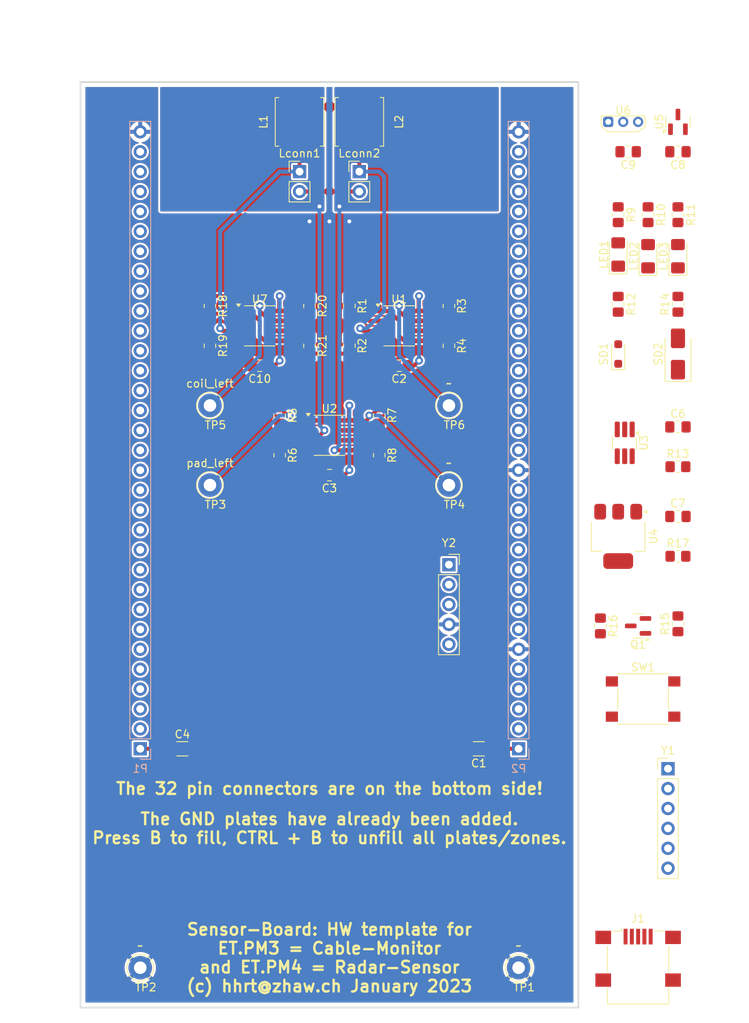
<source format=kicad_pcb>
(kicad_pcb (version 20241229) (generator "pcbnew") (generator_version "9.0")
  (layers (0 "F.Cu" signal) (2 "B.Cu" signal) (13 "F.Paste" user) (15 "B.Paste" user) (5 "F.SilkS" user "F.Silkscreen") (7 "B.SilkS" user "B.Silkscreen") (1 "F.Mask" user) (3 "B.Mask" user) (25 "Edge.Cuts" user))
  (net 0 "")
  (net 1 "+5V")
  (net 2 "GND")
  (net 3 "Net-(U4-VI)")
  (net 4 "Net-(U4-VO)")
  (net 6 "PC13")
  (net 7 "PE5")
  (net 8 "PE3")
  (net 12 "PB7")
  (net 13 "Net-(LED1-A)")
  (net 14 "Net-(LED2-A)")
  (net 15 "PG14_")
  (net 16 "Net-(LED3-A)")
  (net 19 "PD4")
  (net 20 "PD2")
  (net 21 "PD0_")
  (net 22 "PC11")
  (net 32 "+3V0")
  (net 33 "PF6")
  (net 34 "PF8_")
  (net 37 "PC1_")
  (net 38 "PC3")
  (net 41 "PA5")
  (net 48 "PE7_")
  (net 49 "PE9_")
  (net 50 "PE11_")
  (net 51 "PE13_")
  (net 52 "PE15_")
  (net 56 "PD9_")
  (net 59 "PD15_")
  (net 60 "PG3")
  (net 61 "coil_left")
  (net 62 "coil_right")
  (net 63 "pad_left")
  (net 65 "pad_right")
  (net 75 "Net-(Q1-D)")
  (net 76 "Enable")
  (net 77 "Net-(U1B-+)")
  (net 78 "Net-(U1A--)")
  (net 79 "Net-(U1B--)")
  (net 80 "Net-(U2A--)")
  (net 81 "Net-(U2B--)")
  (net 82 "Net-(SD1-A)")
  (net 83 "Net-(SD2-A)")
  (net 84 "Net-(U7B-+)")
  (net 85 "Net-(U7A--)")
  (net 86 "PE6")
  (net 87 "PA9")
  (net 88 "PA10")
  (net 89 "Net-(U7B--)")
  (footprint "Package_TO_SOT_SMD:SOT-23" (layer "F.Cu") (at 116.84 91 180)
    (property "Reference" "Q1")
    (property "Value" "BSS316N")
  )
  (footprint "Capacitor_SMD:C_0805_2012Metric_Pad1.18x1.45mm_HandSolder" (layer "F.Cu") (at 77.47 71.755 180)
    (property "Reference" "C3")
    (property "Value" "100n")
  )
  (footprint "Connector_USB:USB_Mini-B_Lumberg_2486_01_Horizontal" (layer "F.Cu") (at 116.84 133.35)
    (property "Reference" "J1")
    (property "Value" "USB_B_Mini")
  )
  (footprint "Resistor_SMD:R_0805_2012Metric_Pad1.20x1.40mm_HandSolder" (layer "F.Cu") (at 112.03 91 -90)
    (property "Reference" "R16")
    (property "Value" "10")
  )
  (footprint "Resistor_SMD:R_0805_2012Metric_Pad1.20x1.40mm_HandSolder" (layer "F.Cu") (at 118.11 38.5175 -90)
    (property "Reference" "R10")
    (property "Value" "47")
  )
  (footprint "Button_Switch_SMD:SW_SPST_PTS645" (layer "F.Cu") (at 117.475 100.33)
    (property "Reference" "SW1")
    (property "Value" "type=\"R\" model=\"SW_Push\" lib=\"\"")
  )
  (footprint "Package_SO:SOIC-8_3.9x4.9mm_P1.27mm" (layer "F.Cu") (at 68.58 52.705)
    (property "Reference" "U7")
    (property "Value" "MCP6002-xSN")
  )
  (footprint "Resistor_SMD:R_0805_2012Metric_Pad1.20x1.40mm_HandSolder" (layer "F.Cu") (at 121.92 70.68)
    (property "Reference" "R13")
    (property "Value" "1k")
  )
  (footprint "Connector_PinHeader_2.54mm:PinHeader_1x02_P2.54mm_Vertical" (layer "F.Cu") (at 73.66 33.02)
    (property "Reference" "Lconn1")
    (property "Value" "Conn_01x02_Male")
  )
  (footprint "LED_SMD:LED_1206_3216Metric_Pad1.42x1.75mm_HandSolder" (layer "F.Cu") (at 118.11 43.815 90)
    (property "Reference" "LED2")
    (property "Value" "LEDgreen")
  )
  (footprint "HW_template:Radar_K-LC5" (layer "F.Cu") (at 92.71 83.185)
    (property "Reference" "Y2")
    (property "Value" "Radar K-LC5-RFB-00C")
  )
  (footprint "Resistor_SMD:R_0805_2012Metric_Pad1.20x1.40mm_HandSolder" (layer "F.Cu") (at 83.82 64.135 -90)
    (property "Reference" "R7")
    (property "Value" "100k")
  )
  (footprint "Resistor_SMD:R_0805_2012Metric_Pad1.20x1.40mm_HandSolder" (layer "F.Cu") (at 62.23 55.245 -90)
    (property "Reference" "R19")
    (property "Value" "1k")
  )
  (footprint "TestPoint:TestPoint_Loop_D2.60mm_Drill1.6mm_Beaded" (layer "F.Cu") (at 62.23 73.025)
    (property "Reference" "TP3")
    (property "Value" "pad_left")
  )
  (footprint "Capacitor_SMD:C_0805_2012Metric_Pad1.18x1.45mm_HandSolder" (layer "F.Cu") (at 86.36 57.785 180)
    (property "Reference" "C2")
    (property "Value" "100n")
  )
  (footprint "Package_SO:SOIC-8_3.9x4.9mm_P1.27mm" (layer "F.Cu") (at 77.47 66.675)
    (property "Reference" "U2")
    (property "Value" "MCP6002-xSN")
  )
  (footprint "Diode_SMD:D_SOD-323_HandSoldering" (layer "F.Cu") (at 114.3 56.2975 90)
    (property "Reference" "SD1")
    (property "Value" "SD103AWS")
  )
  (footprint "Connector_PinHeader_2.54mm:PinHeader_1x02_P2.54mm_Vertical" (layer "F.Cu") (at 81.28 33.02)
    (property "Reference" "Lconn2")
    (property "Value" "Conn_01x02_Male")
  )
  (footprint "Resistor_SMD:R_0805_2012Metric_Pad1.20x1.40mm_HandSolder" (layer "F.Cu") (at 83.82 69.215 -90)
    (property "Reference" "R8")
    (property "Value" "1k")
  )
  (footprint "Capacitor_SMD:C_0805_2012Metric_Pad1.18x1.45mm_HandSolder" (layer "F.Cu") (at 121.92 77.03)
    (property "Reference" "C7")
    (property "Value" "10uF")
  )
  (footprint "Capacitor_SMD:C_1206_3216Metric_Pad1.33x1.80mm_HandSolder" (layer "F.Cu") (at 96.52 106.68 180)
    (property "Reference" "C1")
    (property "Value" "100uF")
  )
  (footprint "Resistor_SMD:R_0805_2012Metric_Pad1.20x1.40mm_HandSolder" (layer "F.Cu") (at 121.92 82.11)
    (property "Reference" "R17")
    (property "Value" "1k")
  )
  (footprint "Package_SO:SOIC-8_3.9x4.9mm_P1.27mm" (layer "F.Cu") (at 86.36 52.705)
    (property "Reference" "U1")
    (property "Value" "MCP6002-xSN")
  )
  (footprint "TestPoint:TestPoint_Loop_D2.60mm_Drill1.6mm_Beaded" (layer "F.Cu") (at 53.34 134.62)
    (property "Reference" "TP2")
    (property "Value" "~")
  )
  (footprint "Resistor_SMD:R_0805_2012Metric_Pad1.20x1.40mm_HandSolder" (layer "F.Cu") (at 74.93 55.245 -90)
    (property "Reference" "R21")
    (property "Value" "1k")
  )
  (footprint "Capacitor_SMD:C_1206_3216Metric_Pad1.33x1.80mm_HandSolder" (layer "F.Cu") (at 58.7125 106.68)
    (property "Reference" "C4")
    (property "Value" "100uF")
  )
  (footprint "Capacitor_SMD:C_0805_2012Metric_Pad1.18x1.45mm_HandSolder" (layer "F.Cu") (at 115.57 30.48 180)
    (property "Reference" "C9")
    (property "Value" "100nF")
  )
  (footprint "Resistor_SMD:R_0805_2012Metric_Pad1.20x1.40mm_HandSolder" (layer "F.Cu") (at 114.3 49.9475 -90)
    (property "Reference" "R12")
    (property "Value" "100")
  )
  (footprint "TestPoint:TestPoint_Loop_D2.60mm_Drill1.6mm_Beaded" (layer "F.Cu") (at 92.71 62.865)
    (property "Reference" "TP6")
    (property "Value" "~")
  )
  (footprint "Resistor_SMD:R_0805_2012Metric_Pad1.20x1.40mm_HandSolder" (layer "F.Cu") (at 92.71 50.165 -90)
    (property "Reference" "R3")
    (property "Value" "12k")
  )
  (footprint "LED_SMD:LED_1206_3216Metric_Pad1.42x1.75mm_HandSolder" (layer "F.Cu") (at 114.3 43.5975 90)
    (property "Reference" "LED1")
    (property "Value" "LEDblue")
  )
  (footprint "Resistor_SMD:R_0805_2012Metric_Pad1.20x1.40mm_HandSolder" (layer "F.Cu") (at 121.92 38.5175 -90)
    (property "Reference" "R11")
    (property "Value" "100")
  )
  (footprint "LED_SMD:LED_1206_3216Metric_Pad1.42x1.75mm_HandSolder" (layer "F.Cu") (at 121.92 43.815 90)
    (property "Reference" "LED3")
    (property "Value" "LEDred")
  )
  (footprint "Connector_PinHeader_2.54mm:PinHeader_1x06_P2.54mm_Vertical" (layer "F.Cu") (at 120.65 109.22)
    (property "Reference" "Y1")
    (property "Value" "OpenLog")
  )
  (footprint "Inductor_SMD:L_Bourns_SRN6045TA" (layer "F.Cu") (at 81.28 26.67 90)
    (property "Reference" "L2")
    (property "Value" "15mH")
  )
  (footprint "TestPoint:TestPoint_Loop_D2.60mm_Drill1.6mm_Beaded" (layer "F.Cu") (at 92.71 73.025)
    (property "Reference" "TP4")
    (property "Value" "~")
  )
  (footprint "Resistor_SMD:R_0805_2012Metric_Pad1.20x1.40mm_HandSolder" (layer "F.Cu") (at 80.01 50.165 -90)
    (property "Reference" "R1")
    (property "Value" "10k")
  )
  (footprint "Package_TO_SOT_SMD:TSOT-23-6_HandSoldering" (layer "F.Cu") (at 115.13 67.63 -90)
    (property "Reference" "U3")
    (property "Value" "SiP32508")
  )
  (footprint "Resistor_SMD:R_0805_2012Metric_Pad1.20x1.40mm_HandSolder" (layer "F.Cu") (at 62.23 50.165 -90)
    (property "Reference" "R18")
    (property "Value" "10k")
  )
  (footprint "Resistor_SMD:R_0805_2012Metric_Pad1.20x1.40mm_HandSolder" (layer "F.Cu") (at 114.3 38.5175 -90)
    (property "Reference" "R9")
    (property "Value" "22")
  )
  (footprint "Resistor_SMD:R_0805_2012Metric_Pad1.20x1.40mm_HandSolder" (layer "F.Cu") (at 121.92 49.9475 90)
    (property "Reference" "R14")
    (property "Value" "100")
  )
  (footprint "Resistor_SMD:R_0805_2012Metric_Pad1.20x1.40mm_HandSolder" (layer "F.Cu") (at 74.93 50.165 -90)
    (property "Reference" "R20")
    (property "Value" "12k")
  )
  (footprint "Resistor_SMD:R_0805_2012Metric_Pad1.20x1.40mm_HandSolder" (layer "F.Cu") (at 92.71 55.245 -90)
    (property "Reference" "R4")
    (property "Value" "1k")
  )
  (footprint "Diode_SMD:D_SMA" (layer "F.Cu") (at 121.92 56.2975 90)
    (property "Reference" "SD2")
    (property "Value" "SS13L")
  )
  (footprint "Resistor_SMD:R_0805_2012Metric_Pad1.20x1.40mm_HandSolder" (layer "F.Cu") (at 71.12 69.215 -90)
    (property "Reference" "R6")
    (property "Value" "1k")
  )
  (footprint "HW_template:TO-92Flat_wide" (layer "F.Cu") (at 113.665 26.67)
    (property "Reference" "U6")
    (property "Value" "type=\"R\" model=\"DRV5053_THT\" lib=\"\"")
  )
  (footprint "Package_TO_SOT_SMD:SOT-223-3_TabPin2" (layer "F.Cu") (at 114.3 79.57 -90)
    (property "Reference" "U4")
    (property "Value" "LD1117S33TR_SOT223")
  )
  (footprint "Resistor_SMD:R_0805_2012Metric_Pad1.20x1.40mm_HandSolder" (layer "F.Cu") (at 71.12 64.135 -90)
    (property "Reference" "R5")
    (property "Value" "220k")
  )
  (footprint "Resistor_SMD:R_0805_2012Metric_Pad1.20x1.40mm_HandSolder" (layer "F.Cu") (at 121.92 90.73 90)
    (property "Reference" "R15")
    (property "Value" "100k")
  )
  (footprint "Capacitor_SMD:C_0805_2012Metric_Pad1.18x1.45mm_HandSolder" (layer "F.Cu") (at 121.92 30.48 180)
    (property "Reference" "C8")
    (property "Value" "100nF")
  )
  (footprint "Resistor_SMD:R_0805_2012Metric_Pad1.20x1.40mm_HandSolder" (layer "F.Cu") (at 80.01 55.245 -90)
    (property "Reference" "R2")
    (property "Value" "1k")
  )
  (footprint "Inductor_SMD:L_Bourns_SRN6045TA" (layer "F.Cu") (at 73.66 26.67 90)
    (property "Reference" "L1")
    (property "Value" "15mH")
  )
  (footprint "Capacitor_SMD:C_0805_2012Metric_Pad1.18x1.45mm_HandSolder" (layer "F.Cu") (at 68.58 57.785 180)
    (property "Reference" "C10")
    (property "Value" "100n")
  )
  (footprint "TestPoint:TestPoint_Loop_D2.60mm_Drill1.6mm_Beaded" (layer "F.Cu") (at 101.6 134.62)
    (property "Reference" "TP1")
    (property "Value" "~")
  )
  (footprint "Package_TO_SOT_SMD:SOT-23" (layer "F.Cu") (at 121.92 26.67 90)
    (property "Reference" "U5")
    (property "Value" "type=\"R\" model=\"DRV5053_SMD\" lib=\"\"")
  )
  (footprint "TestPoint:TestPoint_Loop_D2.60mm_Drill1.6mm_Beaded" (layer "F.Cu") (at 62.23 62.865)
    (property "Reference" "TP5")
    (property "Value" "coil_left")
  )
  (footprint "Capacitor_SMD:C_0805_2012Metric_Pad1.18x1.45mm_HandSolder" (layer "F.Cu") (at 121.92 65.6)
    (property "Reference" "C6")
    (property "Value" "10uF")
  )
  (footprint "Connector_PinSocket_2.54mm:PinSocket_1x32_P2.54mm_Vertical" (layer "B.Cu") (at 53.34 106.68)
    (property "Reference" "P1")
    (property "Value" "type=\"R\" model=\"Conn_01x32_Female\" lib=\"\"")
  )
  (footprint "Connector_PinSocket_2.54mm:PinSocket_1x32_P2.54mm_Vertical" (layer "B.Cu") (at 101.6 106.68)
    (property "Reference" "P2")
    (property "Value" "type=\"R\" model=\"Conn_01x32_Female\" lib=\"\"")
  )
  (gr_rect (start 45.72 21.59) (end 109.22 139.7) (stroke (width 0.2)) (fill no) (layer "Edge.Cuts"))
  (gr_text "Sensor-Board: HW template for\nET.PM3 = Cable-Monitor\nand ET.PM4 = Radar-Sensor\n(c) hhrt@zhaw.ch January 2023" (at 77.47 133.35 0) (layer "F.SilkS") (effects (font (size 1.5 1.5) (thickness 0.3))))
  (gr_text "The GND plates have already been added.\nPress B to fill, CTRL + B to unfill all plates/zones." (at 77.47 116.84 0) (layer "F.SilkS") (effects (font (size 1.5 1.5) (thickness 0.3))))
  (gr_text "The 32 pin connectors are on the bottom side!" (at 77.47 111.76 0) (layer "F.SilkS") (effects (font (size 1.5 1.5) (thickness 0.3))))
  (segment (start 53.34 106.68) (end 57.15 106.68) (width 0.5) (layer "F.Cu") (net 1))
  (segment (start 77.47 25.4) (end 77.47 35.56) (width 0.5) (layer "F.Cu") (net 2))
  (segment (start 66.105 55.18) (end 64.77 56.515) (width 0.5) (layer "F.Cu") (net 2))
  (segment (start 66.105 56.45) (end 66.04 56.515) (width 0.5) (layer "F.Cu") (net 2))
  (segment (start 83.82 56.515) (end 85.09 57.785) (width 0.5) (layer "F.Cu") (net 2))
  (segment (start 74.25 55.565) (end 69.7625 55.565) (width 0.5) (layer "F.Cu") (net 2))
  (segment (start 77.47 35.56) (end 81.28 35.56) (width 0.5) (layer "F.Cu") (net 2))
  (segment (start 74.93 70.485) (end 76.2 71.755) (width 0.5) (layer "F.Cu") (net 2))
  (segment (start 83.885 54.61) (end 83.885 56.45) (width 0.5) (layer "F.Cu") (net 2))
  (segment (start 83.82 70.215) (end 83.14 69.535) (width 0.5) (layer "F.Cu") (net 2))
  (segment (start 73.66 24.595) (end 76.665 24.595) (width 0.5) (layer "F.Cu") (net 2))
  (segment (start 64.77 56.515) (end 62.5 56.515) (width 0.5) (layer "F.Cu") (net 2))
  (segment (start 78.6525 69.535) (end 76.4325 71.755) (width 0.5) (layer "F.Cu") (net 2))
  (segment (start 83.14 69.535) (end 78.6525 69.535) (width 0.5) (layer "F.Cu") (net 2))
  (segment (start 81.28 24.595) (end 78.275 24.595) (width 0.5) (layer "F.Cu") (net 2))
  (segment (start 83.885 54.61) (end 83.885 55.18) (width 0.5) (layer "F.Cu") (net 2))
  (segment (start 73.36 70.215) (end 74.995 68.58) (width 0.5) (layer "F.Cu") (net 2))
  (segment (start 76.2 71.755) (end 76.4325 71.755) (width 0.5) (layer "F.Cu") (net 2))
  (segment (start 74.995 68.58) (end 74.995 70.42) (width 0.5) (layer "F.Cu") (net 2))
  (segment (start 67.31 57.785) (end 67.5425 57.785) (width 0.5) (layer "F.Cu") (net 2))
  (segment (start 74.93 56.245) (end 74.25 55.565) (width 0.5) (layer "F.Cu") (net 2))
  (segment (start 69.7625 55.565) (end 67.5425 57.785) (width 0.5) (layer "F.Cu") (net 2))
  (segment (start 78.275 24.595) (end 77.47 25.4) (width 0.5) (layer "F.Cu") (net 2))
  (segment (start 71.12 70.215) (end 73.36 70.215) (width 0.5) (layer "F.Cu") (net 2))
  (segment (start 74.995 70.42) (end 74.93 70.485) (width 0.5) (layer "F.Cu") (net 2))
  (segment (start 76.665 24.595) (end 77.47 25.4) (width 0.5) (layer "F.Cu") (net 2))
  (segment (start 77.47 35.56) (end 73.66 35.56) (width 0.5) (layer "F.Cu") (net 2))
  (segment (start 83.885 56.45) (end 83.82 56.515) (width 0.5) (layer "F.Cu") (net 2))
  (segment (start 66.105 54.61) (end 66.105 56.45) (width 0.5) (layer "F.Cu") (net 2))
  (segment (start 66.105 54.61) (end 66.105 55.18) (width 0.5) (layer "F.Cu") (net 2))
  (segment (start 80.28 56.515) (end 80.01 56.245) (width 0.5) (layer "F.Cu") (net 2))
  (segment (start 92.03 55.565) (end 87.5425 55.565) (width 0.5) (layer "F.Cu") (net 2))
  (segment (start 83.885 55.18) (end 82.55 56.515) (width 0.5) (layer "F.Cu") (net 2))
  (segment (start 82.55 56.515) (end 80.28 56.515) (width 0.5) (layer "F.Cu") (net 2))
  (segment (start 62.5 56.515) (end 62.23 56.245) (width 0.5) (layer "F.Cu") (net 2))
  (segment (start 92.71 56.245) (end 92.03 55.565) (width 0.5) (layer "F.Cu") (net 2))
  (segment (start 87.5425 55.565) (end 85.3225 57.785) (width 0.5) (layer "F.Cu") (net 2))
  (segment (start 66.04 56.515) (end 67.31 57.785) (width 0.5) (layer "F.Cu") (net 2))
  (segment (start 85.09 57.785) (end 85.3225 57.785) (width 0.5) (layer "F.Cu") (net 2))
  (via (at 80.01 39.37) (size 1) (drill 0.5) (layers "F.Cu" "B.Cu") (net 2))
  (via (at 77.47 39.37) (size 1) (drill 0.5) (layers "F.Cu" "B.Cu") (net 2))
  (via (at 74.93 39.37) (size 1) (drill 0.5) (layers "F.Cu" "B.Cu") (net 2))
  (segment (start 79.375 71.755) (end 78.5075 71.755) (width 0.5) (layer "F.Cu") (net 32))
  (segment (start 70.485 57.785) (end 69.6175 57.785) (width 0.5) (layer "F.Cu") (net 32))
  (segment (start 71.055 48.96) (end 71.12 48.895) (width 0.5) (layer "F.Cu") (net 32))
  (segment (start 88.835 48.96) (end 88.9 48.895) (width 0.5) (layer "F.Cu") (net 32))
  (segment (start 79.945 62.93) (end 80.01 62.865) (width 0.5) (layer "F.Cu") (net 32))
  (segment (start 88.9 57.15) (end 88.265 57.785) (width 0.5) (layer "F.Cu") (net 32))
  (segment (start 88.835 50.8) (end 88.835 48.96) (width 0.5) (layer "F.Cu") (net 32))
  (segment (start 71.055 50.8) (end 71.055 48.96) (width 0.5) (layer "F.Cu") (net 32))
  (segment (start 71.12 57.15) (end 70.485 57.785) (width 0.5) (layer "F.Cu") (net 32))
  (segment (start 88.265 57.785) (end 87.3975 57.785) (width 0.5) (layer "F.Cu") (net 32))
  (segment (start 79.945 64.77) (end 79.945 62.93) (width 0.5) (layer "F.Cu") (net 32))
  (segment (start 101.6 106.68) (end 98.0825 106.68) (width 0.5) (layer "F.Cu") (net 32))
  (segment (start 80.01 71.12) (end 79.375 71.755) (width 0.5) (layer "F.Cu") (net 32))
  (via (at 71.12 48.895) (size 1) (drill 0.5) (layers "F.Cu" "B.Cu") (net 32))
  (via (at 88.9 48.895) (size 1) (drill 0.5) (layers "F.Cu" "B.Cu") (net 32))
  (via (at 88.9 57.15) (size 1) (drill 0.5) (layers "F.Cu" "B.Cu") (net 32))
  (via (at 80.01 71.12) (size 1) (drill 0.5) (layers "F.Cu" "B.Cu") (net 32))
  (via (at 80.01 62.865) (size 1) (drill 0.5) (layers "F.Cu" "B.Cu") (net 32))
  (via (at 71.12 57.15) (size 1) (drill 0.5) (layers "F.Cu" "B.Cu") (net 32))
  (segment (start 80.01 62.865) (end 80.01 71.12) (width 0.5) (layer "B.Cu") (net 32))
  (segment (start 71.12 48.895) (end 71.12 57.15) (width 0.5) (layer "B.Cu") (net 32))
  (segment (start 88.9 48.895) (end 88.9 57.15) (width 0.5) (layer "B.Cu") (net 32))
  (segment (start 72.39 64.135) (end 72.12 64.135) (width 0.5) (layer "F.Cu") (net 33))
  (segment (start 71.12 63.135) (end 73.36 63.135) (width 0.5) (layer "F.Cu") (net 33))
  (segment (start 73.36 63.135) (end 74.995 64.77) (width 0.5) (layer "F.Cu") (net 33))
  (segment (start 72.12 64.135) (end 71.12 63.135) (width 0.5) (layer "F.Cu") (net 33))
  (via (at 72.39 64.135) (size 1) (drill 0.5) (layers "F.Cu" "B.Cu") (net 33))
  (segment (start 71.12 64.135) (end 72.39 64.135) (width 0.5) (layer "B.Cu") (net 33))
  (segment (start 62.23 73.025) (end 71.12 64.135) (width 0.5) (layer "B.Cu") (net 33))
  (segment (start 72.025 52.07) (end 74.93 49.165) (width 0.5) (layer "F.Cu") (net 34))
  (segment (start 68.58 50.165) (end 68.58 50.8) (width 0.5) (layer "F.Cu") (net 34))
  (segment (start 71.055 52.07) (end 72.025 52.07) (width 0.5) (layer "F.Cu") (net 34))
  (segment (start 69.85 52.07) (end 71.055 52.07) (width 0.5) (layer "F.Cu") (net 34))
  (segment (start 68.58 50.8) (end 69.85 52.07) (width 0.5) (layer "F.Cu") (net 34))
  (via (at 68.58 50.165) (size 1) (drill 0.5) (layers "F.Cu" "B.Cu") (net 34))
  (segment (start 68.58 56.515) (end 62.23 62.865) (width 0.5) (layer "B.Cu") (net 34))
  (segment (start 68.58 50.165) (end 68.58 56.515) (width 0.5) (layer "B.Cu") (net 34))
  (segment (start 86.36 50.165) (end 86.36 50.8) (width 0.5) (layer "F.Cu") (net 37))
  (segment (start 87.63 52.07) (end 88.835 52.07) (width 0.5) (layer "F.Cu") (net 37))
  (segment (start 88.835 52.07) (end 89.805 52.07) (width 0.5) (layer "F.Cu") (net 37))
  (segment (start 86.36 50.8) (end 87.63 52.07) (width 0.5) (layer "F.Cu") (net 37))
  (segment (start 89.805 52.07) (end 92.71 49.165) (width 0.5) (layer "F.Cu") (net 37))
  (via (at 86.36 50.165) (size 1) (drill 0.5) (layers "F.Cu" "B.Cu") (net 37))
  (segment (start 86.36 50.165) (end 86.36 56.515) (width 0.5) (layer "B.Cu") (net 37))
  (segment (start 86.36 56.515) (end 92.71 62.865) (width 0.5) (layer "B.Cu") (net 37))
  (segment (start 80.915 66.04) (end 83.82 63.135) (width 0.5) (layer "F.Cu") (net 38))
  (segment (start 82.55 64.135) (end 82.82 64.135) (width 0.5) (layer "F.Cu") (net 38))
  (segment (start 82.82 64.135) (end 83.82 63.135) (width 0.5) (layer "F.Cu") (net 38))
  (segment (start 79.945 66.04) (end 80.915 66.04) (width 0.5) (layer "F.Cu") (net 38))
  (via (at 82.55 64.135) (size 1) (drill 0.5) (layers "F.Cu" "B.Cu") (net 38))
  (segment (start 83.82 64.135) (end 82.55 64.135) (width 0.5) (layer "B.Cu") (net 38))
  (segment (start 92.71 73.025) (end 83.82 64.135) (width 0.5) (layer "B.Cu") (net 38))
  (segment (start 63.5295 53.0195) (end 63.85 53.34) (width 0.5) (layer "F.Cu") (net 61))
  (segment (start 63.85 53.34) (end 66.105 53.34) (width 0.5) (layer "F.Cu") (net 61))
  (segment (start 73.66 33.02) (end 73.66 28.745) (width 0.5) (layer "F.Cu") (net 61))
  (via (at 63.5295 53.0195) (size 1) (drill 0.5) (layers "F.Cu" "B.Cu") (net 61))
  (segment (start 63.5295 40.6105) (end 71.12 33.02) (width 0.5) (layer "B.Cu") (net 61))
  (segment (start 63.5295 53.0195) (end 63.5295 40.6105) (width 0.5) (layer "B.Cu") (net 61))
  (segment (start 71.12 33.02) (end 73.66 33.02) (width 0.5) (layer "B.Cu") (net 61))
  (segment (start 81.28 33.02) (end 81.28 28.745) (width 0.5) (layer "F.Cu") (net 62))
  (segment (start 81.388177 53.0195) (end 81.708677 53.34) (width 0.5) (layer "F.Cu") (net 62))
  (segment (start 81.708677 53.34) (end 83.885 53.34) (width 0.5) (layer "F.Cu") (net 62))
  (via (at 81.388177 53.0195) (size 1) (drill 0.5) (layers "F.Cu" "B.Cu") (net 62))
  (segment (start 83.82 33.02) (end 81.28 33.02) (width 0.5) (layer "B.Cu") (net 62))
  (segment (start 84.455 33.655) (end 83.82 33.02) (width 0.5) (layer "B.Cu") (net 62))
  (segment (start 82.2355 53.0195) (end 84.455 50.8) (width 0.5) (layer "B.Cu") (net 62))
  (segment (start 84.455 50.8) (end 84.455 33.655) (width 0.5) (layer "B.Cu") (net 62))
  (segment (start 81.388177 53.0195) (end 82.2355 53.0195) (width 0.5) (layer "B.Cu") (net 62))
  (segment (start 74.995 67.31) (end 75.619239 67.31) (width 0.5) (layer "F.Cu") (net 63))
  (segment (start 76.835 66.094239) (end 76.835 66.04) (width 0.5) (layer "F.Cu") (net 63))
  (segment (start 75.619239 67.31) (end 76.835 66.094239) (width 0.5) (layer "F.Cu") (net 63))
  (via (at 76.2 37.465) (size 1) (drill 0.5) (layers "F.Cu" "B.Cu") (net 63))
  (via (at 76.835 66.04) (size 1) (drill 0.5) (layers "F.Cu" "B.Cu") (net 63))
  (segment (start 76.835 66.04) (end 76.2 65.405) (width 0.5) (layer "B.Cu") (net 63))
  (segment (start 76.2 65.405) (end 76.2 37.465) (width 0.5) (layer "B.Cu") (net 63))
  (segment (start 79.945 68.58) (end 78.105 68.58) (width 0.5) (layer "F.Cu") (net 65))
  (via (at 78.74 37.465) (size 1) (drill 0.5) (layers "F.Cu" "B.Cu") (net 65))
  (via (at 78.105 68.58) (size 1) (drill 0.5) (layers "F.Cu" "B.Cu") (net 65))
  (segment (start 78.74 67.945) (end 78.74 37.465) (width 0.5) (layer "B.Cu") (net 65))
  (segment (start 78.105 68.58) (end 78.74 67.945) (width 0.5) (layer "B.Cu") (net 65))
  (segment (start 83.885 50.8) (end 83.885 50.23) (width 0.5) (layer "F.Cu") (net 77))
  (segment (start 88.835 54.61) (end 86.995 54.61) (width 0.5) (layer "F.Cu") (net 77))
  (segment (start 83.885 50.23) (end 82.55 48.895) (width 0.5) (layer "F.Cu") (net 77))
  (segment (start 80.28 48.895) (end 80.01 49.165) (width 0.5) (layer "F.Cu") (net 77))
  (segment (start 85.09 50.8) (end 83.885 50.8) (width 0.5) (layer "F.Cu") (net 77))
  (segment (start 82.55 48.895) (end 80.28 48.895) (width 0.5) (layer "F.Cu") (net 77))
  (segment (start 86.995 54.61) (end 86.36 53.975) (width 0.5) (layer "F.Cu") (net 77))
  (segment (start 86.36 52.07) (end 85.09 50.8) (width 0.5) (layer "F.Cu") (net 77))
  (segment (start 86.36 53.975) (end 86.36 52.07) (width 0.5) (layer "F.Cu") (net 77))
  (segment (start 80.01 54.245) (end 80.01 51.165) (width 0.5) (layer "F.Cu") (net 78))
  (segment (start 80.01 51.165) (end 81.645 51.165) (width 0.5) (layer "F.Cu") (net 78))
  (segment (start 81.645 51.165) (end 82.55 52.07) (width 0.5) (layer "F.Cu") (net 78))
  (segment (start 82.55 52.07) (end 83.885 52.07) (width 0.5) (layer "F.Cu") (net 78))
  (segment (start 92.71 51.165) (end 92.71 54.245) (width 0.5) (layer "F.Cu") (net 79))
  (segment (start 88.835 53.34) (end 91.805 53.34) (width 0.5) (layer "F.Cu") (net 79))
  (segment (start 91.805 53.34) (end 92.71 54.245) (width 0.5) (layer "F.Cu") (net 79))
  (segment (start 72.025 66.04) (end 71.12 65.135) (width 0.5) (layer "F.Cu") (net 80))
  (segment (start 71.12 65.135) (end 71.12 68.215) (width 0.5) (layer "F.Cu") (net 80))
  (segment (start 74.995 66.04) (end 72.025 66.04) (width 0.5) (layer "F.Cu") (net 80))
  (segment (start 83.82 65.135) (end 83.82 68.215) (width 0.5) (layer "F.Cu") (net 81))
  (segment (start 82.915 67.31) (end 83.82 68.215) (width 0.5) (layer "F.Cu") (net 81))
  (segment (start 79.945 67.31) (end 82.915 67.31) (width 0.5) (layer "F.Cu") (net 81))
  (segment (start 66.105 50.23) (end 64.77 48.895) (width 0.5) (layer "F.Cu") (net 84))
  (segment (start 66.105 50.8) (end 66.105 50.23) (width 0.5) (layer "F.Cu") (net 84))
  (segment (start 67.31 50.8) (end 68.58 52.07) (width 0.5) (layer "F.Cu") (net 84))
  (segment (start 64.77 48.895) (end 62.5 48.895) (width 0.5) (layer "F.Cu") (net 84))
  (segment (start 66.105 50.8) (end 67.31 50.8) (width 0.5) (layer "F.Cu") (net 84))
  (segment (start 68.58 52.07) (end 68.58 53.975) (width 0.5) (layer "F.Cu") (net 84))
  (segment (start 62.5 48.895) (end 62.23 49.165) (width 0.5) (layer "F.Cu") (net 84))
  (segment (start 69.215 54.61) (end 68.58 53.975) (width 0.5) (layer "F.Cu") (net 84))
  (segment (start 71.055 54.61) (end 69.215 54.61) (width 0.5) (layer "F.Cu") (net 84))
  (segment (start 64.77 52.07) (end 66.105 52.07) (width 0.5) (layer "F.Cu") (net 85))
  (segment (start 63.865 51.165) (end 64.77 52.07) (width 0.5) (layer "F.Cu") (net 85))
  (segment (start 62.23 51.165) (end 63.865 51.165) (width 0.5) (layer "F.Cu") (net 85))
  (segment (start 62.23 54.245) (end 62.23 51.165) (width 0.5) (layer "F.Cu") (net 85))
  (segment (start 74.025 53.34) (end 74.93 54.245) (width 0.5) (layer "F.Cu") (net 89))
  (segment (start 71.055 53.34) (end 74.025 53.34) (width 0.5) (layer "F.Cu") (net 89))
  (segment (start 74.93 51.165) (end 74.93 54.245) (width 0.5) (layer "F.Cu") (net 89))
  (zone (net 63) (net_name "pad_left") (layers "F.Cu" "B.Cu") (priority 2) (connect_pads (clearance 0)) (min_thickness 0.254) (fill yes (thermal_gap 0.508) (thermal_bridge_width 0.508))
    (polygon (pts (xy 76.835 38.1) (xy 55.88 38.1) (xy 55.88 22.225) (xy 76.835 22.225)))
  )
  (zone (net 2) (net_name "GND") (layers "F.Cu" "B.Cu") (connect_pads (clearance 0)) (min_thickness 0.127) (fill yes (thermal_gap 0.508) (thermal_bridge_width 0.508))
    (polygon (pts (xy 108.585 139.065) (xy 46.355 139.065) (xy 46.355 22.225) (xy 108.585 22.225)))
  )
  (zone (net 65) (net_name "pad_right") (layers "F.Cu" "B.Cu") (priority 2) (connect_pads (clearance 0)) (min_thickness 0.254) (fill yes (thermal_gap 0.508) (thermal_bridge_width 0.508))
    (polygon (pts (xy 99.06 38.1) (xy 78.105 38.1) (xy 78.105 22.225) (xy 99.06 22.225)))
  )
)
</source>
